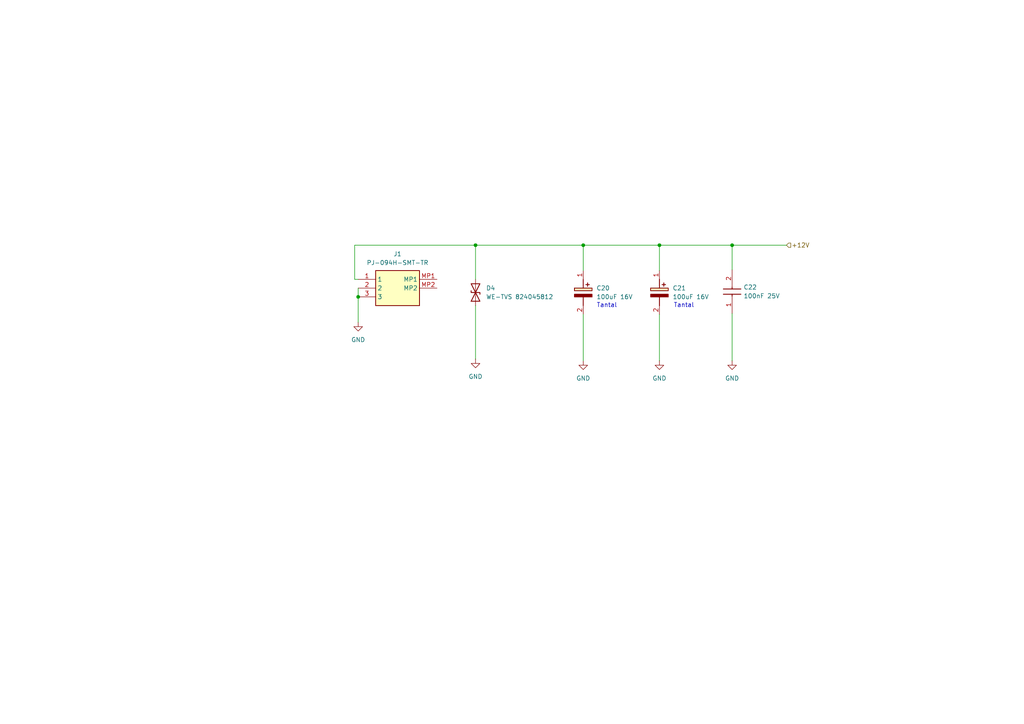
<source format=kicad_sch>
(kicad_sch (version 20231120) (generator "eeschema") (generator_version "8.0")
  (paper "A4")
  (lib_symbols
    (symbol "Device:D_TVS" (pin_numbers hide) (pin_names (offset 1.016) hide)
      (property "Reference" "D" (at 0 2.54 0))
      (property "Value" "D_TVS" (at 0 -2.54 0))
      (symbol "D_TVS_0_1"
        (polyline (pts (xy 1.27 0) (xy -1.27 0)))
        (polyline (pts (xy 0.508 1.27) (xy 0 1.27) (xy 0 -1.27) (xy -0.508 -1.27)) (stroke (width 0.254)))
        (polyline (pts (xy -2.54 1.27) (xy -2.54 -1.27) (xy 2.54 1.27) (xy 2.54 -1.27) (xy -2.54 1.27)) (stroke (width 0.254)))
      )
      (symbol "D_TVS_1_1"
        (pin passive line (at -3.81 0 0) (length 2.54) (name "A1") (number "1"))
        (pin passive line (at 3.81 0 180) (length 2.54) (name "A2") (number "2"))
      )
    )
    (symbol "SamacSys_Parts:GRM033R71E101KA01J" (pin_names hide)
      (property "Reference" "C" (at 8.89 6.35 0))
      (property "Value" "GRM033R71E101KA01J" (at 8.89 3.81 0))
      (symbol "GRM033R71E101KA01J_1_1"
        (polyline (pts (xy 5.08 0) (xy 5.588 0)) (stroke (width 0.254)))
        (polyline (pts (xy 5.588 2.54) (xy 5.588 -2.54)) (stroke (width 0.254)))
        (polyline (pts (xy 7.112 0) (xy 7.62 0)) (stroke (width 0.254)))
        (polyline (pts (xy 7.112 2.54) (xy 7.112 -2.54)) (stroke (width 0.254)))
        (pin passive line (at 0 0 0) (length 5.08) (name "1") (number "1"))
        (pin passive line (at 12.7 0 180) (length 5.08) (name "2") (number "2"))
      )
    )
    (symbol "SamacSys_Parts:PJ-094H-SMT-TR"
      (property "Reference" "J" (at 19.05 7.62 0))
      (property "Value" "PJ-094H-SMT-TR" (at 19.05 5.08 0))
      (symbol "PJ-094H-SMT-TR_1_1"
        (rectangle (start 5.08 2.54) (end 17.78 -7.62) (stroke (width 0.254)) (fill (type background)))
        (pin passive line (at 0 0 0) (length 5.08) (name "1") (number "1"))
        (pin passive line (at 0 -2.54 0) (length 5.08) (name "2") (number "2"))
        (pin passive line (at 0 -5.08 0) (length 5.08) (name "3") (number "3"))
        (pin passive line (at 22.86 0 180) (length 5.08) (name "MP1") (number "MP1"))
        (pin passive line (at 22.86 -2.54 180) (length 5.08) (name "MP2") (number "MP2"))
      )
    )
    (symbol "SamacSys_Parts:TAJD107K016RNJ" (pin_names hide)
      (property "Reference" "C" (at 8.89 6.35 0))
      (property "Value" "TAJD107K016RNJ" (at 8.89 3.81 0))
      (symbol "TAJD107K016RNJ_1_1"
        (polyline (pts (xy 2.54 0) (xy 5.08 0)) (stroke (width 0.254)))
        (polyline (pts (xy 4.064 1.778) (xy 4.064 0.762)) (stroke (width 0.254)))
        (polyline (pts (xy 4.572 1.27) (xy 3.556 1.27)) (stroke (width 0.254)))
        (polyline (pts (xy 7.62 0) (xy 10.16 0)) (stroke (width 0.254)))
        (polyline (pts (xy 7.62 2.54) (xy 7.62 -2.54) (xy 6.858 -2.54) (xy 6.858 2.54) (xy 7.62 2.54)) (stroke (width 0.254)) (fill (type outline)))
        (rectangle (start 5.08 2.54) (end 5.842 -2.54) (stroke (width 0.254)) (fill (type background)))
        (pin passive line (at 0 0 0) (length 2.54) (name "+") (number "1"))
        (pin passive line (at 12.7 0 180) (length 2.54) (name "-") (number "2"))
      )
    )
    (symbol "power:GND" (power) (pin_numbers hide) (pin_names (offset 0) hide)
      (property "Value" "GND" (at 0 -3.81 0))
      (symbol "GND_0_1"
        (polyline (pts (xy 0 0) (xy 0 -1.27) (xy 1.27 -1.27) (xy 0 -2.54) (xy -1.27 -1.27) (xy 0 -1.27)))
      )
      (symbol "GND_1_1"
        (pin power_in line (at 0 0 270) (length 0) (name "~") (number "1"))
      )
    )
  )
  (junction (at 169.164 71.12))
  (junction (at 137.922 71.12))
  (junction (at 191.262 71.12))
  (junction (at 212.344 71.12))
  (junction (at 103.886 86.106))
  (wire (pts (xy 102.87 71.12) (xy 102.87 81.026)))
  (wire (pts (xy 169.164 71.12) (xy 169.164 78.486)))
  (wire (pts (xy 191.262 91.186) (xy 191.262 104.648)))
  (wire (pts (xy 102.87 71.12) (xy 137.922 71.12)))
  (wire (pts (xy 102.87 81.026) (xy 103.886 81.026)))
  (wire (pts (xy 191.262 71.12) (xy 191.262 78.486)))
  (wire (pts (xy 137.922 88.646) (xy 137.922 104.14)))
  (wire (pts (xy 103.886 83.566) (xy 103.886 86.106)))
  (wire (pts (xy 228.092 71.12) (xy 212.344 71.12)))
  (wire (pts (xy 169.164 91.186) (xy 169.164 104.648)))
  (wire (pts (xy 212.344 71.12) (xy 212.344 78.232)))
  (wire (pts (xy 212.344 71.12) (xy 191.262 71.12)))
  (wire (pts (xy 103.886 86.106) (xy 103.886 93.472)))
  (wire (pts (xy 191.262 71.12) (xy 169.164 71.12)))
  (wire (pts (xy 212.344 90.932) (xy 212.344 104.648)))
  (wire (pts (xy 137.922 71.12) (xy 137.922 81.026)))
  (wire (pts (xy 137.922 71.12) (xy 169.164 71.12)))
  (text "Tantal\n" (at 176.022 88.646 0) (effects (font (size 1.27 1.27))))
  (text "Tantal\n\n" (at 198.374 89.662 0) (effects (font (size 1.27 1.27))))
  (hierarchical_label "+12V" (shape input) (at 228.092 71.12 0))
  (symbol (lib_id "SamacSys_Parts:TAJD107K016RNJ") (at 191.262 78.486 270) (unit 1)
    (property "Reference" "C21" (at 195.072 83.5659 90) (effects (justify left)))
    (property "Value" "100uF 16V" (at 195.072 86.1059 90) (effects (justify left)))
    (property "Footprint" "CAPPM7344X310N" (effects (hide yes)))
    (property "Datasheet" "http://datasheets.avx.com/TAJ.pdf" (effects (hide yes)))
    (property "Description" "TAJ SMT tant capacitor,Case D,16V,100uF AVX 100uF SMD Solid MnO2 Tantalum Electrolytic Capacitor, 16 V dc  /-10%, TAJ Series" (effects (hide yes)))
    (property "Height" "3.1" (effects (hide yes)))
    (property "Mouser Part Number" "581-TAJD107K016R" (effects (hide yes)))
    (property "Mouser Price/Stock" "https://www.mouser.co.uk/ProductDetail/AVX/TAJD107K016RNJ?qs=srZBJ3srS4Aek4oWmPB2bw%3D%3D" (effects (hide yes)))
    (property "Manufacturer_Name" "Kyocera AVX" (effects (hide yes)))
    (property "Manufacturer_Part_Number" "TAJD107K016RNJ" (effects (hide yes)))
  )
  (symbol (lib_id "SamacSys_Parts:TAJD107K016RNJ") (at 169.164 78.486 270) (unit 1)
    (property "Reference" "C20" (at 172.974 83.5659 90) (effects (justify left)))
    (property "Value" "100uF 16V" (at 172.974 86.1059 90) (effects (justify left)))
    (property "Footprint" "CAPPM7344X310N" (effects (hide yes)))
    (property "Datasheet" "http://datasheets.avx.com/TAJ.pdf" (effects (hide yes)))
    (property "Description" "TAJ SMT tant capacitor,Case D,16V,100uF AVX 100uF SMD Solid MnO2 Tantalum Electrolytic Capacitor, 16 V dc  /-10%, TAJ Series" (effects (hide yes)))
    (property "Height" "3.1" (effects (hide yes)))
    (property "Mouser Part Number" "581-TAJD107K016R" (effects (hide yes)))
    (property "Mouser Price/Stock" "https://www.mouser.co.uk/ProductDetail/AVX/TAJD107K016RNJ?qs=srZBJ3srS4Aek4oWmPB2bw%3D%3D" (effects (hide yes)))
    (property "Manufacturer_Name" "Kyocera AVX" (effects (hide yes)))
    (property "Manufacturer_Part_Number" "TAJD107K016RNJ" (effects (hide yes)))
  )
  (symbol (lib_id "power:GND") (at 212.344 104.648 0) (unit 1)
    (property "Reference" "#PWR053" (effects (hide yes)))
    (property "Value" "GND" (at 212.344 109.728 0))
    (property "Description" "Power symbol creates a global label with name \"GND\" , ground" (effects (hide yes)))
  )
  (symbol (lib_id "power:GND") (at 191.262 104.648 0) (unit 1)
    (property "Reference" "#PWR052" (effects (hide yes)))
    (property "Value" "GND" (at 191.262 109.728 0))
    (property "Description" "Power symbol creates a global label with name \"GND\" , ground" (effects (hide yes)))
  )
  (symbol (lib_id "SamacSys_Parts:PJ-094H-SMT-TR") (at 103.886 81.026 0) (unit 1)
    (property "Reference" "J1" (at 115.316 73.66 0))
    (property "Value" "PJ-094H-SMT-TR" (at 115.316 76.2 0))
    (property "Footprint" "PJ094HSMTTR" (effects (hide yes)))
    (property "Datasheet" "https://www.cuidevices.com/product/resource/digikeypdf/pj-094h-smt-tr.pdf" (effects (hide yes)))
    (property "Description" "DC Power Connectors power jack, 0.65 x 2.75 mm, horizontal, SMT, high current, 1 switch, w/ shielding, T&R package" (effects (hide yes)))
    (property "Height" "3.7" (effects (hide yes)))
    (property "Mouser Part Number" "490-PJ-094H-SMT-TR" (effects (hide yes)))
    (property "Mouser Price/Stock" "https://www.mouser.co.uk/ProductDetail/CUI-Devices/PJ-094H-SMT-TR?qs=l7cgNqFNU1iCmsfPShkP7A%3D%3D" (effects (hide yes)))
    (property "Manufacturer_Name" "Same Sky" (effects (hide yes)))
    (property "Manufacturer_Part_Number" "PJ-094H-SMT-TR" (effects (hide yes)))
  )
  (symbol (lib_id "power:GND") (at 169.164 104.648 0) (unit 1)
    (property "Reference" "#PWR051" (effects (hide yes)))
    (property "Value" "GND" (at 169.164 109.728 0))
    (property "Description" "Power symbol creates a global label with name \"GND\" , ground" (effects (hide yes)))
  )
  (symbol (lib_id "power:GND") (at 103.886 93.472 0) (unit 1)
    (property "Reference" "#PWR050" (effects (hide yes)))
    (property "Value" "GND" (at 103.886 98.552 0))
    (property "Description" "Power symbol creates a global label with name \"GND\" , ground" (effects (hide yes)))
  )
  (symbol (lib_id "power:GND") (at 137.922 104.14 0) (unit 1)
    (property "Reference" "#PWR060" (effects (hide yes)))
    (property "Value" "GND" (at 137.922 109.22 0))
    (property "Description" "Power symbol creates a global label with name \"GND\" , ground" (effects (hide yes)))
  )
  (symbol (lib_id "SamacSys_Parts:GRM033R71E101KA01J") (at 212.344 90.932 90) (unit 1)
    (property "Reference" "C22" (at 215.646 83.3119 90) (effects (justify right)))
    (property "Value" "100nF 25V" (at 215.646 85.8519 90) (effects (justify right)))
    (property "Footprint" "Capacitor_SMD:C_0805_2012Metric_Pad1.18x1.45mm_HandSolder" (effects (hide yes)))
    (property "Datasheet" "https://search.murata.co.jp/Ceramy/image/img/A01X/G101/ENG/GRM033R71E101KA01-01A.pdf" (effects (hide yes)))
    (property "Description" "Multilayer Ceramic Capacitors MLCC - SMD/SMT 100pF 25 volts 10%" (effects (hide yes)))
    (property "Height" "0.5" (effects (hide yes)))
    (property "Mouser Part Number" "81-GRM033R71E101KA1J" (effects (hide yes)))
    (property "Mouser Price/Stock" "https://www.mouser.co.uk/ProductDetail/Murata-Electronics/GRM033R71E101KA01J?qs=563MOeNa05Lmru4oTW10Jw%3D%3D" (effects (hide yes)))
    (property "Manufacturer_Name" "Murata Electronics" (effects (hide yes)))
    (property "Manufacturer_Part_Number" "GRM033R71E101KA01J" (effects (hide yes)))
  )
  (symbol (lib_id "Device:D_TVS") (at 137.922 84.836 90) (unit 1)
    (property "Reference" "D4" (at 140.97 83.5659 90) (effects (justify right)))
    (property "Value" "WE-TVS 824045812" (at 140.97 86.1059 90) (effects (justify right)))
    (property "Footprint" "nixie:DFN-1610-2" (effects (hide yes)))
    (property "Description" "Bidirectional transient-voltage-suppression diode" (effects (hide yes)))
  )
)
</source>
